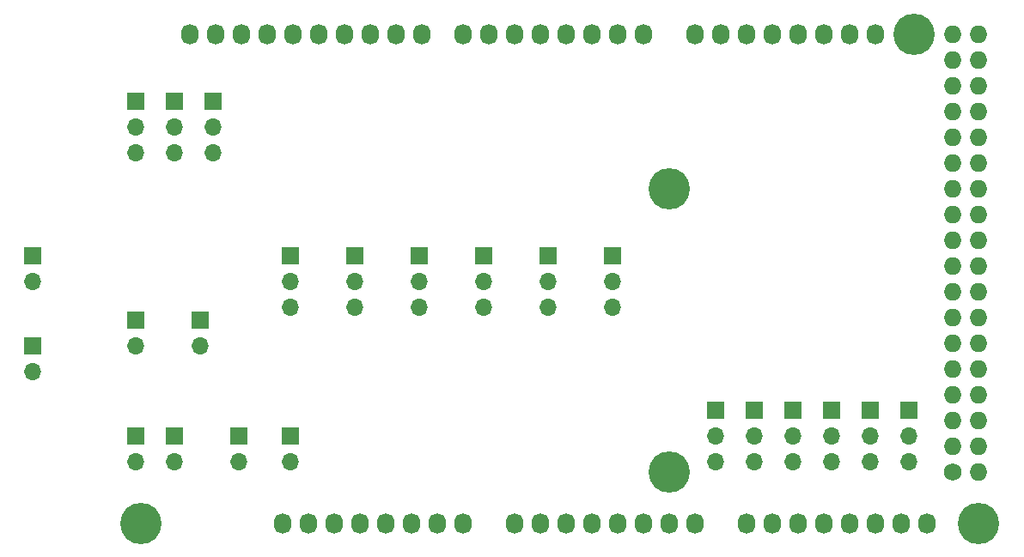
<source format=gbr>
G04 #@! TF.GenerationSoftware,KiCad,Pcbnew,6.0.2+dfsg-1*
G04 #@! TF.CreationDate,2024-04-07T16:40:59-07:00*
G04 #@! TF.ProjectId,pcb,7063622e-6b69-4636-9164-5f7063625858,rev?*
G04 #@! TF.SameCoordinates,Original*
G04 #@! TF.FileFunction,Soldermask,Bot*
G04 #@! TF.FilePolarity,Negative*
%FSLAX46Y46*%
G04 Gerber Fmt 4.6, Leading zero omitted, Abs format (unit mm)*
G04 Created by KiCad (PCBNEW 6.0.2+dfsg-1) date 2024-04-07 16:40:59*
%MOMM*%
%LPD*%
G01*
G04 APERTURE LIST*
%ADD10C,1.727200*%
%ADD11O,1.727200X1.727200*%
%ADD12O,1.727200X2.032000*%
%ADD13C,4.064000*%
%ADD14R,1.700000X1.700000*%
%ADD15O,1.700000X1.700000*%
G04 APERTURE END LIST*
D10*
X197358000Y-114046000D03*
D11*
X199898000Y-114046000D03*
X197358000Y-111506000D03*
X199898000Y-111506000D03*
X197358000Y-108966000D03*
X199898000Y-108966000D03*
X197358000Y-106426000D03*
X199898000Y-106426000D03*
X197358000Y-103886000D03*
X199898000Y-103886000D03*
X197358000Y-101346000D03*
X199898000Y-101346000D03*
X197358000Y-98806000D03*
X199898000Y-98806000D03*
X197358000Y-96266000D03*
X199898000Y-96266000D03*
X197358000Y-93726000D03*
X199898000Y-93726000D03*
X197358000Y-91186000D03*
X199898000Y-91186000D03*
X197358000Y-88646000D03*
X199898000Y-88646000D03*
X197358000Y-86106000D03*
X199898000Y-86106000D03*
X197358000Y-83566000D03*
X199898000Y-83566000D03*
X197358000Y-81026000D03*
X199898000Y-81026000D03*
X197358000Y-78486000D03*
X199898000Y-78486000D03*
X197358000Y-75946000D03*
X199898000Y-75946000D03*
X197358000Y-73406000D03*
X199898000Y-73406000D03*
X197358000Y-70866000D03*
X199898000Y-70866000D03*
D12*
X131318000Y-119126000D03*
X133858000Y-119126000D03*
X136398000Y-119126000D03*
X138938000Y-119126000D03*
X141478000Y-119126000D03*
X144018000Y-119126000D03*
X146558000Y-119126000D03*
X149098000Y-119126000D03*
X154178000Y-119126000D03*
X156718000Y-119126000D03*
X159258000Y-119126000D03*
X161798000Y-119126000D03*
X164338000Y-119126000D03*
X166878000Y-119126000D03*
X169418000Y-119126000D03*
X171958000Y-119126000D03*
X177038000Y-119126000D03*
X179578000Y-119126000D03*
X182118000Y-119126000D03*
X184658000Y-119126000D03*
X187198000Y-119126000D03*
X189738000Y-119126000D03*
X192278000Y-119126000D03*
X194818000Y-119126000D03*
X122174000Y-70866000D03*
X124714000Y-70866000D03*
X127254000Y-70866000D03*
X129794000Y-70866000D03*
X132334000Y-70866000D03*
X134874000Y-70866000D03*
X137414000Y-70866000D03*
X139954000Y-70866000D03*
X142494000Y-70866000D03*
X145034000Y-70866000D03*
X149098000Y-70866000D03*
X151638000Y-70866000D03*
X154178000Y-70866000D03*
X156718000Y-70866000D03*
X159258000Y-70866000D03*
X161798000Y-70866000D03*
X164338000Y-70866000D03*
X166878000Y-70866000D03*
X171958000Y-70866000D03*
X174498000Y-70866000D03*
X177038000Y-70866000D03*
X179578000Y-70866000D03*
X182118000Y-70866000D03*
X184658000Y-70866000D03*
X187198000Y-70866000D03*
X189738000Y-70866000D03*
D13*
X117348000Y-119126000D03*
X169418000Y-114046000D03*
X199898000Y-119126000D03*
X169418000Y-86106000D03*
X193548000Y-70866000D03*
D14*
X132080000Y-92710000D03*
D15*
X132080000Y-95250000D03*
X132080000Y-97790000D03*
D14*
X181610000Y-107965000D03*
D15*
X181610000Y-110505000D03*
X181610000Y-113045000D03*
D14*
X177800000Y-107965000D03*
D15*
X177800000Y-110505000D03*
X177800000Y-113045000D03*
D14*
X120650000Y-110490000D03*
D15*
X120650000Y-113030000D03*
D14*
X185420000Y-107965000D03*
D15*
X185420000Y-110505000D03*
X185420000Y-113045000D03*
D14*
X127000000Y-110490000D03*
D15*
X127000000Y-113030000D03*
D14*
X163830000Y-92725000D03*
D15*
X163830000Y-95265000D03*
X163830000Y-97805000D03*
D14*
X123190000Y-99060000D03*
D15*
X123190000Y-101600000D03*
D14*
X124460000Y-77470000D03*
D15*
X124460000Y-80010000D03*
X124460000Y-82550000D03*
D14*
X189230000Y-107965000D03*
D15*
X189230000Y-110505000D03*
X189230000Y-113045000D03*
D14*
X106680000Y-101600000D03*
D15*
X106680000Y-104140000D03*
D14*
X120650000Y-77485000D03*
D15*
X120650000Y-80025000D03*
X120650000Y-82565000D03*
D14*
X138430000Y-92725000D03*
D15*
X138430000Y-95265000D03*
X138430000Y-97805000D03*
D14*
X132080000Y-110490000D03*
D15*
X132080000Y-113030000D03*
D14*
X151130000Y-92725000D03*
D15*
X151130000Y-95265000D03*
X151130000Y-97805000D03*
D14*
X193040000Y-107965000D03*
D15*
X193040000Y-110505000D03*
X193040000Y-113045000D03*
D14*
X144780000Y-92725000D03*
D15*
X144780000Y-95265000D03*
X144780000Y-97805000D03*
D14*
X157480000Y-92725000D03*
D15*
X157480000Y-95265000D03*
X157480000Y-97805000D03*
D14*
X116840000Y-99060000D03*
D15*
X116840000Y-101600000D03*
D14*
X106680000Y-92710000D03*
D15*
X106680000Y-95250000D03*
D14*
X173990000Y-107965000D03*
D15*
X173990000Y-110505000D03*
X173990000Y-113045000D03*
D14*
X116840000Y-77485000D03*
D15*
X116840000Y-80025000D03*
X116840000Y-82565000D03*
D14*
X116840000Y-110490000D03*
D15*
X116840000Y-113030000D03*
M02*

</source>
